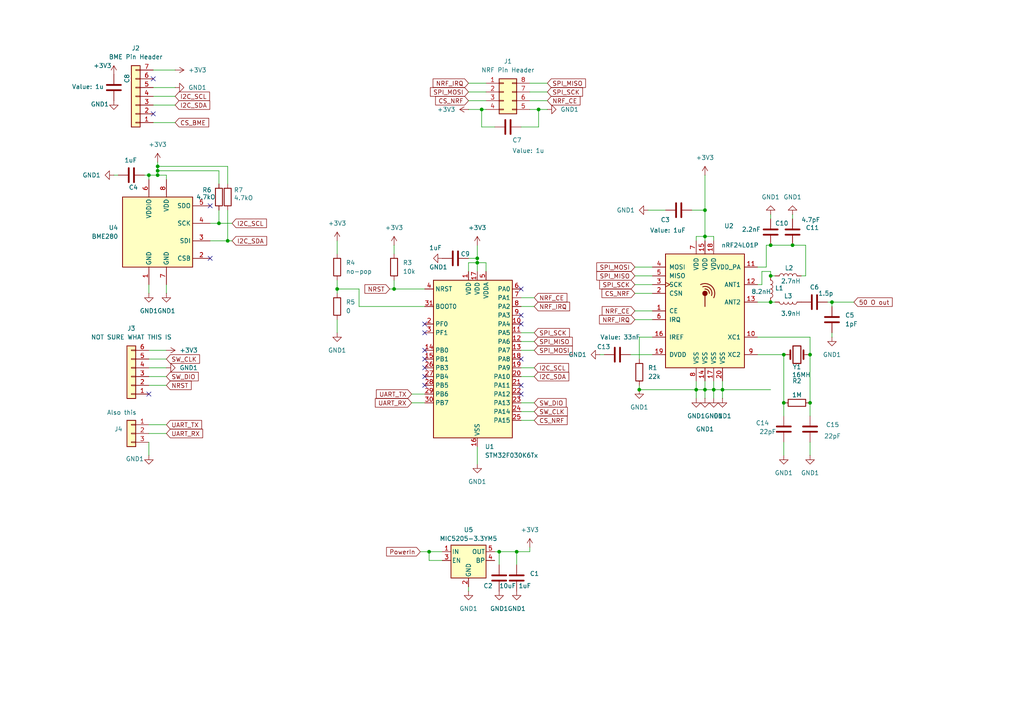
<source format=kicad_sch>
(kicad_sch (version 20231120) (generator "eeschema") (generator_version "8.0")
  (paper "A4")
  (lib_symbols
    (symbol "Connector_Generic:Conn_01x03" (pin_names (offset 1.016) hide)
      (property "Reference" "J" (at 0 5.08 0))
      (property "Value" "Conn_01x03" (at 0 -5.08 0))
      (symbol "Conn_01x03_1_1"
        (rectangle (start -1.27 -2.413) (end 0 -2.667) (stroke (width 0.1524)))
        (rectangle (start -1.27 0.127) (end 0 -0.127) (stroke (width 0.1524)))
        (rectangle (start -1.27 2.667) (end 0 2.413) (stroke (width 0.1524)))
        (rectangle (start -1.27 3.81) (end 1.27 -3.81) (stroke (width 0.254)) (fill (type background)))
        (pin passive line (at -5.08 2.54 0) (length 3.81) (name "Pin_1") (number "1"))
        (pin passive line (at -5.08 0 0) (length 3.81) (name "Pin_2") (number "2"))
        (pin passive line (at -5.08 -2.54 0) (length 3.81) (name "Pin_3") (number "3"))
      )
    )
    (symbol "Connector_Generic:Conn_01x06" (pin_names (offset 1.016) hide)
      (property "Reference" "J" (at 0 7.62 0))
      (property "Value" "Conn_01x06" (at 0 -10.16 0))
      (symbol "Conn_01x06_1_1"
        (rectangle (start -1.27 -7.493) (end 0 -7.747) (stroke (width 0.1524)))
        (rectangle (start -1.27 -4.953) (end 0 -5.207) (stroke (width 0.1524)))
        (rectangle (start -1.27 -2.413) (end 0 -2.667) (stroke (width 0.1524)))
        (rectangle (start -1.27 0.127) (end 0 -0.127) (stroke (width 0.1524)))
        (rectangle (start -1.27 2.667) (end 0 2.413) (stroke (width 0.1524)))
        (rectangle (start -1.27 5.207) (end 0 4.953) (stroke (width 0.1524)))
        (rectangle (start -1.27 6.35) (end 1.27 -8.89) (stroke (width 0.254)) (fill (type background)))
        (pin passive line (at -5.08 5.08 0) (length 3.81) (name "Pin_1") (number "1"))
        (pin passive line (at -5.08 2.54 0) (length 3.81) (name "Pin_2") (number "2"))
        (pin passive line (at -5.08 0 0) (length 3.81) (name "Pin_3") (number "3"))
        (pin passive line (at -5.08 -2.54 0) (length 3.81) (name "Pin_4") (number "4"))
        (pin passive line (at -5.08 -5.08 0) (length 3.81) (name "Pin_5") (number "5"))
        (pin passive line (at -5.08 -7.62 0) (length 3.81) (name "Pin_6") (number "6"))
      )
    )
    (symbol "Connector_Generic:Conn_01x07" (pin_names (offset 1.016) hide)
      (property "Reference" "J" (at 0 10.16 0))
      (property "Value" "Conn_01x07" (at 0 -10.16 0))
      (symbol "Conn_01x07_1_1"
        (rectangle (start -1.27 -7.493) (end 0 -7.747) (stroke (width 0.1524)))
        (rectangle (start -1.27 -4.953) (end 0 -5.207) (stroke (width 0.1524)))
        (rectangle (start -1.27 -2.413) (end 0 -2.667) (stroke (width 0.1524)))
        (rectangle (start -1.27 0.127) (end 0 -0.127) (stroke (width 0.1524)))
        (rectangle (start -1.27 2.667) (end 0 2.413) (stroke (width 0.1524)))
        (rectangle (start -1.27 5.207) (end 0 4.953) (stroke (width 0.1524)))
        (rectangle (start -1.27 7.747) (end 0 7.493) (stroke (width 0.1524)))
        (rectangle (start -1.27 8.89) (end 1.27 -8.89) (stroke (width 0.254)) (fill (type background)))
        (pin passive line (at -5.08 7.62 0) (length 3.81) (name "Pin_1") (number "1"))
        (pin passive line (at -5.08 5.08 0) (length 3.81) (name "Pin_2") (number "2"))
        (pin passive line (at -5.08 2.54 0) (length 3.81) (name "Pin_3") (number "3"))
        (pin passive line (at -5.08 0 0) (length 3.81) (name "Pin_4") (number "4"))
        (pin passive line (at -5.08 -2.54 0) (length 3.81) (name "Pin_5") (number "5"))
        (pin passive line (at -5.08 -5.08 0) (length 3.81) (name "Pin_6") (number "6"))
        (pin passive line (at -5.08 -7.62 0) (length 3.81) (name "Pin_7") (number "7"))
      )
    )
    (symbol "Connector_Generic:Conn_02x04_Counter_Clockwise" (pin_names (offset 1.016) hide)
      (property "Reference" "J" (at 1.27 5.08 0))
      (property "Value" "Conn_02x04_Counter_Clockwise" (at 1.27 -7.62 0))
      (symbol "Conn_02x04_Counter_Clockwise_1_1"
        (rectangle (start -1.27 -4.953) (end 0 -5.207) (stroke (width 0.1524)))
        (rectangle (start -1.27 -2.413) (end 0 -2.667) (stroke (width 0.1524)))
        (rectangle (start -1.27 0.127) (end 0 -0.127) (stroke (width 0.1524)))
        (rectangle (start -1.27 2.667) (end 0 2.413) (stroke (width 0.1524)))
        (rectangle (start -1.27 3.81) (end 3.81 -6.35) (stroke (width 0.254)) (fill (type background)))
        (rectangle (start 3.81 -4.953) (end 2.54 -5.207) (stroke (width 0.1524)))
        (rectangle (start 3.81 -2.413) (end 2.54 -2.667) (stroke (width 0.1524)))
        (rectangle (start 3.81 0.127) (end 2.54 -0.127) (stroke (width 0.1524)))
        (rectangle (start 3.81 2.667) (end 2.54 2.413) (stroke (width 0.1524)))
        (pin passive line (at -5.08 2.54 0) (length 3.81) (name "Pin_1") (number "1"))
        (pin passive line (at -5.08 0 0) (length 3.81) (name "Pin_2") (number "2"))
        (pin passive line (at -5.08 -2.54 0) (length 3.81) (name "Pin_3") (number "3"))
        (pin passive line (at -5.08 -5.08 0) (length 3.81) (name "Pin_4") (number "4"))
        (pin passive line (at 7.62 -5.08 180) (length 3.81) (name "Pin_5") (number "5"))
        (pin passive line (at 7.62 -2.54 180) (length 3.81) (name "Pin_6") (number "6"))
        (pin passive line (at 7.62 0 180) (length 3.81) (name "Pin_7") (number "7"))
        (pin passive line (at 7.62 2.54 180) (length 3.81) (name "Pin_8") (number "8"))
      )
    )
    (symbol "Device:C" (pin_numbers hide) (pin_names (offset 0.254))
      (property "Reference" "C" (at 0.635 2.54 0))
      (property "Value" "C" (at 0.635 -2.54 0))
      (symbol "C_0_1"
        (polyline (pts (xy -2.032 -0.762) (xy 2.032 -0.762)) (stroke (width 0.508)))
        (polyline (pts (xy -2.032 0.762) (xy 2.032 0.762)) (stroke (width 0.508)))
      )
      (symbol "C_1_1"
        (pin passive line (at 0 3.81 270) (length 2.794) (name "~") (number "1"))
        (pin passive line (at 0 -3.81 90) (length 2.794) (name "~") (number "2"))
      )
    )
    (symbol "Device:Crystal" (pin_numbers hide) (pin_names (offset 1.016) hide)
      (property "Reference" "Y" (at 0 3.81 0))
      (property "Value" "Crystal" (at 0 -3.81 0))
      (symbol "Crystal_0_1"
        (rectangle (start -1.143 2.54) (end 1.143 -2.54) (stroke (width 0.3048)))
        (polyline (pts (xy -2.54 0) (xy -1.905 0)))
        (polyline (pts (xy -1.905 -1.27) (xy -1.905 1.27)) (stroke (width 0.508)))
        (polyline (pts (xy 1.905 -1.27) (xy 1.905 1.27)) (stroke (width 0.508)))
        (polyline (pts (xy 2.54 0) (xy 1.905 0)))
      )
      (symbol "Crystal_1_1"
        (pin passive line (at -3.81 0 0) (length 1.27) (name "1") (number "1"))
        (pin passive line (at 3.81 0 180) (length 1.27) (name "2") (number "2"))
      )
    )
    (symbol "Device:L" (pin_numbers hide) (pin_names (offset 1.016) hide)
      (property "Reference" "L" (at -1.27 0 90))
      (property "Value" "L" (at 1.905 0 90))
      (symbol "L_0_1"
        (arc (start 0 -2.54) (mid 0.6323 -1.905) (end 0 -1.27))
        (arc (start 0 -1.27) (mid 0.6323 -0.635) (end 0 0))
        (arc (start 0 0) (mid 0.6323 0.635) (end 0 1.27))
        (arc (start 0 1.27) (mid 0.6323 1.905) (end 0 2.54))
      )
      (symbol "L_1_1"
        (pin passive line (at 0 3.81 270) (length 1.27) (name "1") (number "1"))
        (pin passive line (at 0 -3.81 90) (length 1.27) (name "2") (number "2"))
      )
    )
    (symbol "Device:R" (pin_numbers hide) (pin_names (offset 0))
      (property "Reference" "R" (at 2.032 0 90))
      (property "Value" "R" (at 0 0 90))
      (symbol "R_0_1"
        (rectangle (start -1.016 -2.54) (end 1.016 2.54) (stroke (width 0.254)))
      )
      (symbol "R_1_1"
        (pin passive line (at 0 3.81 270) (length 1.27) (name "~") (number "1"))
        (pin passive line (at 0 -3.81 90) (length 1.27) (name "~") (number "2"))
      )
    )
    (symbol "MCU_ST_STM32F0:STM32F030K6Tx"
      (property "Reference" "U" (at -10.16 24.13 0))
      (property "Value" "STM32F030K6Tx" (at 7.62 24.13 0))
      (symbol "STM32F030K6Tx_0_1"
        (rectangle (start -10.16 -22.86) (end 12.7 22.86) (stroke (width 0.254)) (fill (type background)))
      )
      (symbol "STM32F030K6Tx_1_1"
        (pin power_in line (at 0 25.4 270) (length 2.54) (name "VDD") (number "1"))
        (pin bidirectional line (at 15.24 10.16 180) (length 2.54) (name "PA4") (number "10"))
        (pin bidirectional line (at 15.24 7.62 180) (length 2.54) (name "PA5") (number "11"))
        (pin bidirectional line (at 15.24 5.08 180) (length 2.54) (name "PA6") (number "12"))
        (pin bidirectional line (at 15.24 2.54 180) (length 2.54) (name "PA7") (number "13"))
        (pin bidirectional line (at -12.7 2.54 0) (length 2.54) (name "PB0") (number "14"))
        (pin bidirectional line (at -12.7 0 0) (length 2.54) (name "PB1") (number "15"))
        (pin power_in line (at 2.54 -25.4 90) (length 2.54) (name "VSS") (number "16"))
        (pin power_in line (at 2.54 25.4 270) (length 2.54) (name "VDD") (number "17"))
        (pin bidirectional line (at 15.24 0 180) (length 2.54) (name "PA8") (number "18"))
        (pin bidirectional line (at 15.24 -2.54 180) (length 2.54) (name "PA9") (number "19"))
        (pin bidirectional line (at -12.7 10.16 0) (length 2.54) (name "PF0") (number "2"))
        (pin bidirectional line (at 15.24 -5.08 180) (length 2.54) (name "PA10") (number "20"))
        (pin bidirectional line (at 15.24 -7.62 180) (length 2.54) (name "PA11") (number "21"))
        (pin bidirectional line (at 15.24 -10.16 180) (length 2.54) (name "PA12") (number "22"))
        (pin bidirectional line (at 15.24 -12.7 180) (length 2.54) (name "PA13") (number "23"))
        (pin bidirectional line (at 15.24 -15.24 180) (length 2.54) (name "PA14") (number "24"))
        (pin bidirectional line (at 15.24 -17.78 180) (length 2.54) (name "PA15") (number "25"))
        (pin bidirectional line (at -12.7 -2.54 0) (length 2.54) (name "PB3") (number "26"))
        (pin bidirectional line (at -12.7 -5.08 0) (length 2.54) (name "PB4") (number "27"))
        (pin bidirectional line (at -12.7 -7.62 0) (length 2.54) (name "PB5") (number "28"))
        (pin bidirectional line (at -12.7 -10.16 0) (length 2.54) (name "PB6") (number "29"))
        (pin bidirectional line (at -12.7 7.62 0) (length 2.54) (name "PF1") (number "3"))
        (pin bidirectional line (at -12.7 -12.7 0) (length 2.54) (name "PB7") (number "30"))
        (pin input line (at -12.7 15.24 0) (length 2.54) (name "BOOT0") (number "31"))
        (pin passive line (at 2.54 -25.4 90) (length 2.54) hide (name "VSS") (number "32"))
        (pin input line (at -12.7 20.32 0) (length 2.54) (name "NRST") (number "4"))
        (pin power_in line (at 5.08 25.4 270) (length 2.54) (name "VDDA") (number "5"))
        (pin bidirectional line (at 15.24 20.32 180) (length 2.54) (name "PA0") (number "6"))
        (pin bidirectional line (at 15.24 17.78 180) (length 2.54) (name "PA1") (number "7"))
        (pin bidirectional line (at 15.24 15.24 180) (length 2.54) (name "PA2") (number "8"))
        (pin bidirectional line (at 15.24 12.7 180) (length 2.54) (name "PA3") (number "9"))
      )
    )
    (symbol "RF:nRF24L01P" (pin_names (offset 1.016))
      (property "Reference" "U" (at -11.43 17.78 0))
      (property "Value" "nRF24L01P" (at 5.08 17.78 0))
      (symbol "nRF24L01P_0_1"
        (rectangle (start -11.43 16.51) (end 11.43 -16.51) (stroke (width 0.254)) (fill (type background)))
        (polyline (pts (xy 0 4.445) (xy 0 1.27)) (stroke (width 0.254)))
        (circle (center 0 5.08) (radius 0.635) (stroke (width 0.254)) (fill (type outline)))
        (arc (start 1.27 5.08) (mid 0.9071 5.9946) (end 0 6.35) (stroke (width 0.254)))
        (arc (start 1.905 4.445) (mid 1.4313 6.5254) (end -0.635 6.985) (stroke (width 0.254)))
        (arc (start 2.54 3.81) (mid 2.008 7.088) (end -1.27 7.62) (stroke (width 0.254)))
        (rectangle (start 11.43 -13.97) (end 11.43 -13.97))
      )
      (symbol "nRF24L01P_1_1"
        (pin input line (at -15.24 0 0) (length 3.81) (name "CE") (number "1"))
        (pin passive line (at 15.24 -7.62 180) (length 3.81) (name "XC1") (number "10"))
        (pin power_out line (at 15.24 12.7 180) (length 3.81) (name "VDD_PA") (number "11"))
        (pin passive line (at 15.24 7.62 180) (length 3.81) (name "ANT1") (number "12"))
        (pin passive line (at 15.24 2.54 180) (length 3.81) (name "ANT2") (number "13"))
        (pin power_in line (at 0 -20.32 90) (length 3.81) (name "VSS") (number "14"))
        (pin power_in line (at 0 20.32 270) (length 3.81) (name "VDD") (number "15"))
        (pin passive line (at -15.24 -7.62 0) (length 3.81) (name "IREF") (number "16"))
        (pin power_in line (at 2.54 -20.32 90) (length 3.81) (name "VSS") (number "17"))
        (pin power_in line (at 2.54 20.32 270) (length 3.81) (name "VDD") (number "18"))
        (pin power_out line (at -15.24 -12.7 0) (length 3.81) (name "DVDD") (number "19"))
        (pin input line (at -15.24 5.08 0) (length 3.81) (name "CSN") (number "2"))
        (pin power_in line (at 5.08 -20.32 90) (length 3.81) (name "VSS") (number "20"))
        (pin input clock (at -15.24 7.62 0) (length 3.81) (name "SCK") (number "3"))
        (pin input line (at -15.24 12.7 0) (length 3.81) (name "MOSI") (number "4"))
        (pin output line (at -15.24 10.16 0) (length 3.81) (name "MISO") (number "5"))
        (pin output line (at -15.24 -2.54 0) (length 3.81) (name "IRQ") (number "6"))
        (pin power_in line (at -2.54 20.32 270) (length 3.81) (name "VDD") (number "7"))
        (pin power_in line (at -2.54 -20.32 90) (length 3.81) (name "VSS") (number "8"))
        (pin passive line (at 15.24 -12.7 180) (length 3.81) (name "XC2") (number "9"))
      )
    )
    (symbol "Regulator_Linear:MIC5205-3.3YM5" (pin_names (offset 0.254))
      (property "Reference" "U" (at -3.81 5.715 0))
      (property "Value" "MIC5205-3.3YM5" (at 0 5.715 0))
      (symbol "MIC5205-3.3YM5_0_1"
        (rectangle (start -5.08 4.445) (end 5.08 -5.08) (stroke (width 0.254)) (fill (type background)))
      )
      (symbol "MIC5205-3.3YM5_1_1"
        (pin power_in line (at -7.62 2.54 0) (length 2.54) (name "IN") (number "1"))
        (pin power_in line (at 0 -7.62 90) (length 2.54) (name "GND") (number "2"))
        (pin input line (at -7.62 0 0) (length 2.54) (name "EN") (number "3"))
        (pin input line (at 7.62 0 180) (length 2.54) (name "BP") (number "4"))
        (pin power_out line (at 7.62 2.54 180) (length 2.54) (name "OUT") (number "5"))
      )
    )
    (symbol "Sensor:BME280"
      (property "Reference" "U" (at -8.89 11.43 0))
      (property "Value" "BME280" (at 7.62 11.43 0))
      (symbol "BME280_0_1"
        (rectangle (start -10.16 10.16) (end 10.16 -10.16) (stroke (width 0.254)) (fill (type background)))
      )
      (symbol "BME280_1_1"
        (pin power_in line (at -2.54 -15.24 90) (length 5.08) (name "GND") (number "1"))
        (pin input line (at 15.24 -7.62 180) (length 5.08) (name "CSB") (number "2"))
        (pin bidirectional line (at 15.24 -2.54 180) (length 5.08) (name "SDI") (number "3"))
        (pin input line (at 15.24 2.54 180) (length 5.08) (name "SCK") (number "4"))
        (pin bidirectional line (at 15.24 7.62 180) (length 5.08) (name "SDO") (number "5"))
        (pin power_in line (at -2.54 15.24 270) (length 5.08) (name "VDDIO") (number "6"))
        (pin power_in line (at 2.54 -15.24 90) (length 5.08) (name "GND") (number "7"))
        (pin power_in line (at 2.54 15.24 270) (length 5.08) (name "VDD") (number "8"))
      )
    )
    (symbol "power:+3V3" (power) (pin_numbers hide) (pin_names (offset 0) hide)
      (property "Value" "+3V3" (at 0 3.556 0))
      (symbol "+3V3_0_1"
        (polyline (pts (xy -0.762 1.27) (xy 0 2.54)))
        (polyline (pts (xy 0 0) (xy 0 2.54)))
        (polyline (pts (xy 0 2.54) (xy 0.762 1.27)))
      )
      (symbol "+3V3_1_1"
        (pin power_in line (at 0 0 90) (length 0) (name "~") (number "1"))
      )
    )
    (symbol "power:GND1" (power) (pin_numbers hide) (pin_names (offset 0) hide)
      (property "Value" "GND1" (at 0 -3.81 0))
      (symbol "GND1_0_1"
        (polyline (pts (xy 0 0) (xy 0 -1.27) (xy 1.27 -1.27) (xy 0 -2.54) (xy -1.27 -1.27) (xy 0 -1.27)))
      )
      (symbol "GND1_1_1"
        (pin power_in line (at 0 0 270) (length 0) (name "~") (number "1"))
      )
    )
  )
  (junction (at 223.52 87.63))
  (junction (at 209.55 113.03))
  (junction (at 229.87 71.12))
  (junction (at 223.52 80.01))
  (junction (at 201.93 113.03))
  (junction (at 138.43 76.2))
  (junction (at 144.78 160.02))
  (junction (at 223.52 71.12))
  (junction (at 234.95 116.84))
  (junction (at 45.72 50.8))
  (junction (at 45.72 48.26))
  (junction (at 66.04 69.85))
  (junction (at 204.47 60.96))
  (junction (at 234.95 102.87))
  (junction (at 241.3 87.63))
  (junction (at 149.86 160.02))
  (junction (at 45.72 49.53))
  (junction (at 156.21 31.75))
  (junction (at 204.47 113.03))
  (junction (at 138.43 74.93))
  (junction (at 227.33 102.87))
  (junction (at 124.46 160.02))
  (junction (at 114.3 83.82))
  (junction (at 185.42 113.03))
  (junction (at 63.5 64.77))
  (junction (at 43.18 50.8))
  (junction (at 207.01 113.03))
  (junction (at 204.47 68.58))
  (junction (at 227.33 116.84))
  (junction (at 139.7 31.75))
  (junction (at 97.79 83.82))
  (no_connect (at 123.19 111.76))
  (no_connect (at 151.13 83.82))
  (no_connect (at 151.13 93.98))
  (no_connect (at 43.18 114.3))
  (no_connect (at 151.13 104.14))
  (no_connect (at 123.19 104.14))
  (no_connect (at 151.13 111.76))
  (no_connect (at 123.19 93.98))
  (no_connect (at 123.19 109.22))
  (no_connect (at 151.13 91.44))
  (no_connect (at 123.19 106.68))
  (no_connect (at 123.19 101.6))
  (no_connect (at 60.96 74.93))
  (no_connect (at 123.19 96.52))
  (no_connect (at 151.13 114.3))
  (no_connect (at 60.96 59.69))
  (no_connect (at 44.45 22.86))
  (no_connect (at 44.45 33.02))
  (wire (pts (xy 138.43 74.93) (xy 138.43 76.2)))
  (wire (pts (xy 207.01 69.85) (xy 207.01 68.58)))
  (wire (pts (xy 43.18 111.76) (xy 48.26 111.76)))
  (wire (pts (xy 60.96 64.77) (xy 63.5 64.77)))
  (wire (pts (xy 185.42 111.76) (xy 185.42 113.03)))
  (wire (pts (xy 219.71 102.87) (xy 227.33 102.87)))
  (wire (pts (xy 184.15 85.09) (xy 189.23 85.09)))
  (wire (pts (xy 45.72 46.99) (xy 45.72 48.26)))
  (wire (pts (xy 97.79 83.82) (xy 97.79 81.28)))
  (wire (pts (xy 234.95 97.79) (xy 234.95 102.87)))
  (wire (pts (xy 227.33 116.84) (xy 227.33 120.65)))
  (wire (pts (xy 153.67 160.02) (xy 149.86 160.02)))
  (wire (pts (xy 104.14 88.9) (xy 104.14 83.82)))
  (wire (pts (xy 43.18 82.55) (xy 43.18 85.09)))
  (wire (pts (xy 223.52 80.01) (xy 224.79 80.01)))
  (wire (pts (xy 151.13 36.83) (xy 156.21 36.83)))
  (wire (pts (xy 207.01 110.49) (xy 207.01 113.03)))
  (wire (pts (xy 151.13 116.84) (xy 154.94 116.84)))
  (wire (pts (xy 151.13 109.22) (xy 154.94 109.22)))
  (wire (pts (xy 43.18 106.68) (xy 48.26 106.68)))
  (wire (pts (xy 241.3 87.63) (xy 241.3 88.9)))
  (wire (pts (xy 227.33 102.87) (xy 227.33 116.84)))
  (wire (pts (xy 97.79 69.85) (xy 97.79 73.66)))
  (wire (pts (xy 44.45 25.4) (xy 50.8 25.4)))
  (wire (pts (xy 222.25 71.12) (xy 223.52 71.12)))
  (wire (pts (xy 204.47 60.96) (xy 204.47 68.58)))
  (wire (pts (xy 223.52 62.23) (xy 223.52 63.5)))
  (wire (pts (xy 139.7 31.75) (xy 140.97 31.75)))
  (wire (pts (xy 48.26 50.8) (xy 48.26 52.07)))
  (wire (pts (xy 149.86 160.02) (xy 149.86 163.83)))
  (wire (pts (xy 201.93 113.03) (xy 204.47 113.03)))
  (wire (pts (xy 185.42 97.79) (xy 185.42 104.14)))
  (wire (pts (xy 229.87 71.12) (xy 233.68 71.12)))
  (wire (pts (xy 153.67 29.21) (xy 158.75 29.21)))
  (wire (pts (xy 138.43 129.54) (xy 138.43 134.62)))
  (wire (pts (xy 114.3 71.12) (xy 114.3 73.66)))
  (wire (pts (xy 135.89 24.13) (xy 140.97 24.13)))
  (wire (pts (xy 119.38 114.3) (xy 123.19 114.3)))
  (wire (pts (xy 45.72 48.26) (xy 66.04 48.26)))
  (wire (pts (xy 44.45 27.94) (xy 50.8 27.94)))
  (wire (pts (xy 43.18 109.22) (xy 48.26 109.22)))
  (wire (pts (xy 33.02 50.8) (xy 34.29 50.8)))
  (wire (pts (xy 43.18 50.8) (xy 45.72 50.8)))
  (wire (pts (xy 44.45 20.32) (xy 50.8 20.32)))
  (wire (pts (xy 173.99 102.87) (xy 175.26 102.87)))
  (wire (pts (xy 185.42 113.03) (xy 201.93 113.03)))
  (wire (pts (xy 138.43 76.2) (xy 140.97 76.2)))
  (wire (pts (xy 135.89 76.2) (xy 135.89 78.74)))
  (wire (pts (xy 135.89 26.67) (xy 140.97 26.67)))
  (wire (pts (xy 114.3 83.82) (xy 123.19 83.82)))
  (wire (pts (xy 184.15 77.47) (xy 189.23 77.47)))
  (wire (pts (xy 153.67 31.75) (xy 156.21 31.75)))
  (wire (pts (xy 189.23 97.79) (xy 185.42 97.79)))
  (wire (pts (xy 234.95 102.87) (xy 234.95 116.84)))
  (wire (pts (xy 227.33 128.27) (xy 227.33 132.08)))
  (wire (pts (xy 45.72 49.53) (xy 45.72 50.8)))
  (wire (pts (xy 233.68 71.12) (xy 233.68 80.01)))
  (wire (pts (xy 204.47 113.03) (xy 204.47 115.57)))
  (wire (pts (xy 184.15 82.55) (xy 189.23 82.55)))
  (wire (pts (xy 201.93 110.49) (xy 201.93 113.03)))
  (wire (pts (xy 151.13 121.92) (xy 154.94 121.92)))
  (wire (pts (xy 138.43 71.12) (xy 138.43 74.93)))
  (wire (pts (xy 63.5 60.96) (xy 63.5 64.77)))
  (wire (pts (xy 184.15 90.17) (xy 189.23 90.17)))
  (wire (pts (xy 229.87 62.23) (xy 229.87 63.5)))
  (wire (pts (xy 43.18 104.14) (xy 48.26 104.14)))
  (wire (pts (xy 123.19 88.9) (xy 104.14 88.9)))
  (wire (pts (xy 201.93 113.03) (xy 201.93 115.57)))
  (wire (pts (xy 201.93 68.58) (xy 201.93 69.85)))
  (wire (pts (xy 135.89 74.93) (xy 138.43 74.93)))
  (wire (pts (xy 151.13 119.38) (xy 154.94 119.38)))
  (wire (pts (xy 135.89 31.75) (xy 139.7 31.75)))
  (wire (pts (xy 223.52 71.12) (xy 229.87 71.12)))
  (wire (pts (xy 204.47 68.58) (xy 201.93 68.58)))
  (wire (pts (xy 114.3 83.82) (xy 114.3 81.28)))
  (wire (pts (xy 104.14 83.82) (xy 97.79 83.82)))
  (wire (pts (xy 247.65 87.63) (xy 241.3 87.63)))
  (wire (pts (xy 144.78 160.02) (xy 149.86 160.02)))
  (wire (pts (xy 63.5 49.53) (xy 45.72 49.53)))
  (wire (pts (xy 204.47 50.8) (xy 204.47 60.96)))
  (wire (pts (xy 63.5 49.53) (xy 63.5 53.34)))
  (wire (pts (xy 43.18 50.8) (xy 43.18 52.07)))
  (wire (pts (xy 233.68 80.01) (xy 232.41 80.01)))
  (wire (pts (xy 240.03 87.63) (xy 241.3 87.63)))
  (wire (pts (xy 43.18 128.27) (xy 43.18 132.08)))
  (wire (pts (xy 45.72 48.26) (xy 45.72 49.53)))
  (wire (pts (xy 135.89 170.18) (xy 135.89 171.45)))
  (wire (pts (xy 124.46 160.02) (xy 128.27 160.02)))
  (wire (pts (xy 60.96 69.85) (xy 66.04 69.85)))
  (wire (pts (xy 200.66 60.96) (xy 204.47 60.96)))
  (wire (pts (xy 66.04 60.96) (xy 66.04 69.85)))
  (wire (pts (xy 151.13 101.6) (xy 154.94 101.6)))
  (wire (pts (xy 234.95 128.27) (xy 234.95 132.08)))
  (wire (pts (xy 151.13 88.9) (xy 154.94 88.9)))
  (wire (pts (xy 41.91 50.8) (xy 43.18 50.8)))
  (wire (pts (xy 44.45 30.48) (xy 50.8 30.48)))
  (wire (pts (xy 139.7 36.83) (xy 143.51 36.83)))
  (wire (pts (xy 144.78 160.02) (xy 144.78 163.83)))
  (wire (pts (xy 153.67 158.75) (xy 153.67 160.02)))
  (wire (pts (xy 45.72 50.8) (xy 48.26 50.8)))
  (wire (pts (xy 66.04 69.85) (xy 67.31 69.85)))
  (wire (pts (xy 222.25 77.47) (xy 222.25 71.12)))
  (wire (pts (xy 184.15 80.01) (xy 189.23 80.01)))
  (wire (pts (xy 124.46 162.56) (xy 124.46 160.02)))
  (wire (pts (xy 204.47 68.58) (xy 204.47 69.85)))
  (wire (pts (xy 63.5 64.77) (xy 67.31 64.77)))
  (wire (pts (xy 219.71 82.55) (xy 220.98 82.55)))
  (wire (pts (xy 97.79 83.82) (xy 97.79 85.09)))
  (wire (pts (xy 219.71 97.79) (xy 234.95 97.79)))
  (wire (pts (xy 66.04 48.26) (xy 66.04 53.34)))
  (wire (pts (xy 143.51 160.02) (xy 144.78 160.02)))
  (wire (pts (xy 151.13 99.06) (xy 154.94 99.06)))
  (wire (pts (xy 119.38 116.84) (xy 123.19 116.84)))
  (wire (pts (xy 48.26 82.55) (xy 48.26 85.09)))
  (wire (pts (xy 135.89 76.2) (xy 138.43 76.2)))
  (wire (pts (xy 156.21 31.75) (xy 158.75 31.75)))
  (wire (pts (xy 139.7 31.75) (xy 139.7 36.83)))
  (wire (pts (xy 184.15 92.71) (xy 189.23 92.71)))
  (wire (pts (xy 128.27 162.56) (xy 124.46 162.56)))
  (wire (pts (xy 241.3 97.79) (xy 241.3 96.52)))
  (wire (pts (xy 219.71 77.47) (xy 222.25 77.47)))
  (wire (pts (xy 207.01 113.03) (xy 209.55 113.03)))
  (wire (pts (xy 156.21 31.75) (xy 156.21 36.83)))
  (wire (pts (xy 43.18 101.6) (xy 48.26 101.6)))
  (wire (pts (xy 138.43 76.2) (xy 138.43 78.74)))
  (wire (pts (xy 223.52 78.74) (xy 220.98 78.74)))
  (wire (pts (xy 219.71 87.63) (xy 223.52 87.63)))
  (wire (pts (xy 113.03 83.82) (xy 114.3 83.82)))
  (wire (pts (xy 223.52 113.03) (xy 209.55 113.03)))
  (wire (pts (xy 151.13 96.52) (xy 154.94 96.52)))
  (wire (pts (xy 223.52 87.63) (xy 224.79 87.63)))
  (wire (pts (xy 209.55 110.49) (xy 209.55 113.03)))
  (wire (pts (xy 223.52 80.01) (xy 223.52 78.74)))
  (wire (pts (xy 153.67 26.67) (xy 158.75 26.67)))
  (wire (pts (xy 140.97 76.2) (xy 140.97 78.74)))
  (wire (pts (xy 153.67 24.13) (xy 158.75 24.13)))
  (wire (pts (xy 97.79 92.71) (xy 97.79 96.52)))
  (wire (pts (xy 151.13 106.68) (xy 154.94 106.68)))
  (wire (pts (xy 209.55 113.03) (xy 209.55 115.57)))
  (wire (pts (xy 220.98 78.74) (xy 220.98 82.55)))
  (wire (pts (xy 151.13 86.36) (xy 154.94 86.36)))
  (wire (pts (xy 43.18 123.19) (xy 48.26 123.19)))
  (wire (pts (xy 135.89 29.21) (xy 140.97 29.21)))
  (wire (pts (xy 204.47 110.49) (xy 204.47 113.03)))
  (wire (pts (xy 44.45 35.56) (xy 50.8 35.56)))
  (wire (pts (xy 43.18 125.73) (xy 48.26 125.73)))
  (wire (pts (xy 207.01 113.03) (xy 207.01 115.57)))
  (wire (pts (xy 182.88 102.87) (xy 189.23 102.87)))
  (wire (pts (xy 234.95 120.65) (xy 234.95 116.84)))
  (wire (pts (xy 204.47 113.03) (xy 207.01 113.03)))
  (wire (pts (xy 207.01 68.58) (xy 204.47 68.58)))
  (wire (pts (xy 121.92 160.02) (xy 124.46 160.02)))
  (wire (pts (xy 187.96 60.96) (xy 193.04 60.96)))
  (global_label "I2C_SCL" (shape input) (at 50.8 27.94 0) (property "Intersheetrefs" "${INTERSHEET_REFS}" (effects (hide yes))))
  (global_label "I2C_SDA" (shape input) (at 67.31 69.85 0) (property "Intersheetrefs" "${INTERSHEET_REFS}" (effects (hide yes))))
  (global_label "NRF_CE" (shape input) (at 154.94 86.36 0) (property "Intersheetrefs" "${INTERSHEET_REFS}" (effects (hide yes))))
  (global_label "NRST" (shape input) (at 113.03 83.82 180) (property "Intersheetrefs" "${INTERSHEET_REFS}" (effects (hide yes))))
  (global_label "UART_TX" (shape input) (at 119.38 114.3 180) (property "Intersheetrefs" "${INTERSHEET_REFS}" (effects (hide yes))))
  (global_label "SPI_SCK" (shape input) (at 158.75 26.67 0) (property "Intersheetrefs" "${INTERSHEET_REFS}" (effects (hide yes))))
  (global_label "SPI_MISO" (shape input) (at 184.15 80.01 180) (property "Intersheetrefs" "${INTERSHEET_REFS}" (effects (hide yes))))
  (global_label "SPI_SCK" (shape input) (at 184.15 82.55 180) (property "Intersheetrefs" "${INTERSHEET_REFS}" (effects (hide yes))))
  (global_label "NRF_CE" (shape input) (at 184.15 90.17 180) (property "Intersheetrefs" "${INTERSHEET_REFS}" (effects (hide yes))))
  (global_label "UART_RX" (shape input) (at 48.26 125.73 0) (property "Intersheetrefs" "${INTERSHEET_REFS}" (effects (hide yes))))
  (global_label "SPI_MISO" (shape input) (at 154.94 99.06 0) (property "Intersheetrefs" "${INTERSHEET_REFS}" (effects (hide yes))))
  (global_label "NRF_CE" (shape input) (at 158.75 29.21 0) (property "Intersheetrefs" "${INTERSHEET_REFS}" (effects (hide yes))))
  (global_label "CS_NRF" (shape input) (at 154.94 121.92 0) (property "Intersheetrefs" "${INTERSHEET_REFS}" (effects (hide yes))))
  (global_label "SPI_MISO" (shape input) (at 158.75 24.13 0) (property "Intersheetrefs" "${INTERSHEET_REFS}" (effects (hide yes))))
  (global_label "NRF_IRQ" (shape input) (at 154.94 88.9 0) (property "Intersheetrefs" "${INTERSHEET_REFS}" (effects (hide yes))))
  (global_label "I2C_SDA" (shape input) (at 50.8 30.48 0) (property "Intersheetrefs" "${INTERSHEET_REFS}" (effects (hide yes))))
  (global_label "SPI_MOSI" (shape input) (at 135.89 26.67 180) (property "Intersheetrefs" "${INTERSHEET_REFS}" (effects (hide yes))))
  (global_label "SW_DIO" (shape input) (at 154.94 116.84 0) (property "Intersheetrefs" "${INTERSHEET_REFS}" (effects (hide yes))))
  (global_label "NRF_IRQ" (shape input) (at 184.15 92.71 180) (property "Intersheetrefs" "${INTERSHEET_REFS}" (effects (hide yes))))
  (global_label "I2C_SCL" (shape input) (at 154.94 106.68 0) (property "Intersheetrefs" "${INTERSHEET_REFS}" (effects (hide yes))))
  (global_label "NRST" (shape input) (at 48.26 111.76 0) (property "Intersheetrefs" "${INTERSHEET_REFS}" (effects (hide yes))))
  (global_label "I2C_SCL" (shape input) (at 67.31 64.77 0) (property "Intersheetrefs" "${INTERSHEET_REFS}" (effects (hide yes))))
  (global_label "SW_CLK" (shape input) (at 154.94 119.38 0) (property "Intersheetrefs" "${INTERSHEET_REFS}" (effects (hide yes))))
  (global_label "UART_RX" (shape input) (at 119.38 116.84 180) (property "Intersheetrefs" "${INTERSHEET_REFS}" (effects (hide yes))))
  (global_label "UART_TX" (shape input) (at 48.26 123.19 0) (property "Intersheetrefs" "${INTERSHEET_REFS}" (effects (hide yes))))
  (global_label "SPI_SCK" (shape input) (at 154.94 96.52 0) (property "Intersheetrefs" "${INTERSHEET_REFS}" (effects (hide yes))))
  (global_label "CS_NRF" (shape input) (at 135.89 29.21 180) (property "Intersheetrefs" "${INTERSHEET_REFS}" (effects (hide yes))))
  (global_label "CS_BME" (shape input) (at 50.8 35.56 0) (property "Intersheetrefs" "${INTERSHEET_REFS}" (effects (hide yes))))
  (global_label "I2C_SDA" (shape input) (at 154.94 109.22 0) (property "Intersheetrefs" "${INTERSHEET_REFS}" (effects (hide yes))))
  (global_label "SPI_MOSI" (shape input) (at 154.94 101.6 0) (property "Intersheetrefs" "${INTERSHEET_REFS}" (effects (hide yes))))
  (global_label "SW_CLK" (shape input) (at 48.26 104.14 0) (property "Intersheetrefs" "${INTERSHEET_REFS}" (effects (hide yes))))
  (global_label "PowerIn" (shape input) (at 121.92 160.02 180) (property "Intersheetrefs" "${INTERSHEET_REFS}" (effects (hide yes))))
  (global_label "SW_DIO" (shape input) (at 48.26 109.22 0) (property "Intersheetrefs" "${INTERSHEET_REFS}" (effects (hide yes))))
  (global_label "50 O out" (shape input) (at 247.65 87.63 0) (property "Intersheetrefs" "${INTERSHEET_REFS}" (effects (hide yes))))
  (global_label "CS_NRF" (shape input) (at 184.15 85.09 180) (property "Intersheetrefs" "${INTERSHEET_REFS}" (effects (hide yes))))
  (global_label "SPI_MOSI" (shape input) (at 184.15 77.47 180) (property "Intersheetrefs" "${INTERSHEET_REFS}" (effects (hide yes))))
  (global_label "NRF_IRQ" (shape input) (at 135.89 24.13 180) (property "Intersheetrefs" "${INTERSHEET_REFS}" (effects (hide yes))))
  (symbol (lib_id "power:GND1") (at 173.99 102.87 270) (mirror x) (unit 1)
    (property "Reference" "#PWR025" (effects (hide yes)))
    (property "Value" "GND1" (at 170.18 102.8699 90) (effects (justify right)))
    (property "Description" "Power symbol creates a global label with name \"GND1\" , ground" (effects (hide yes)))
  )
  (symbol (lib_id "power:GND1") (at 158.75 31.75 90) (mirror x) (unit 1)
    (property "Reference" "#PWR031" (effects (hide yes)))
    (property "Value" "GND1" (at 162.56 31.7501 90) (effects (justify right)))
    (property "Description" "Power symbol creates a global label with name \"GND1\" , ground" (effects (hide yes)))
  )
  (symbol (lib_id "power:GND1") (at 234.95 132.08 0) (unit 1)
    (property "Reference" "#PWR027" (effects (hide yes)))
    (property "Value" "GND1" (at 234.95 137.16 0))
    (property "Description" "Power symbol creates a global label with name \"GND1\" , ground" (effects (hide yes)))
  )
  (symbol (lib_id "power:GND1") (at 229.87 62.23 0) (mirror x) (unit 1)
    (property "Reference" "#PWR019" (effects (hide yes)))
    (property "Value" "GND1" (at 229.87 57.15 0))
    (property "Description" "Power symbol creates a global label with name \"GND1\" , ground" (effects (hide yes)))
  )
  (symbol (lib_id "power:GND1") (at 33.02 29.21 0) (unit 1)
    (property "Reference" "#PWR035" (effects (hide yes)))
    (property "Value" "GND1" (at 28.956 30.226 0))
    (property "Description" "Power symbol creates a global label with name \"GND1\" , ground" (effects (hide yes)))
  )
  (symbol (lib_id "Device:C") (at 241.3 92.71 0) (unit 1)
    (property "Reference" "C5" (at 245.11 91.4399 0) (effects (justify left)))
    (property "Value" "1pF" (at 245.11 93.9799 0) (effects (justify left)))
    (property "Footprint" "Capacitor_SMD:C_0603_1608Metric_Pad1.08x0.95mm_HandSolder" (effects (hide yes)))
    (property "Description" "Unpolarized capacitor" (effects (hide yes)))
  )
  (symbol (lib_id "Device:L") (at 223.52 83.82 0) (unit 1)
    (property "Reference" "L1" (at 224.79 83.566 0) (effects (justify left)))
    (property "Value" "8.2nH" (at 217.932 84.582 0) (effects (justify left)))
    (property "Footprint" "Inductor_SMD:L_0603_1608Metric_Pad1.05x0.95mm_HandSolder" (effects (hide yes)))
    (property "Description" "Inductor" (effects (hide yes)))
  )
  (symbol (lib_id "Device:Crystal") (at 231.14 102.87 0) (unit 1)
    (property "Reference" "Y1" (at 231.14 106.426 0))
    (property "Value" "16MH" (at 232.41 108.712 0))
    (property "Footprint" "ECS-160-20-46X:XTAL_ECS-160-20-46X" (effects (hide yes)))
    (property "Description" "Two pin crystal" (effects (hide yes)))
  )
  (symbol (lib_id "power:GND1") (at 187.96 60.96 270) (mirror x) (unit 1)
    (property "Reference" "#PWR024" (effects (hide yes)))
    (property "Value" "GND1" (at 184.15 60.9599 90) (effects (justify right)))
    (property "Description" "Power symbol creates a global label with name \"GND1\" , ground" (effects (hide yes)))
  )
  (symbol (lib_id "power:+3V3") (at 50.8 20.32 270) (unit 1)
    (property "Reference" "#PWR032" (effects (hide yes)))
    (property "Value" "+3V3" (at 54.61 20.3199 90) (effects (justify left)))
    (property "Description" "Power symbol creates a global label with name \"+3V3\"" (effects (hide yes)))
  )
  (symbol (lib_id "power:GND1") (at 223.52 62.23 0) (mirror x) (unit 1)
    (property "Reference" "#PWR022" (effects (hide yes)))
    (property "Value" "GND1" (at 223.52 57.15 0))
    (property "Description" "Power symbol creates a global label with name \"GND1\" , ground" (effects (hide yes)))
  )
  (symbol (lib_id "Connector_Generic:Conn_01x03") (at 38.1 125.73 0) (mirror y) (unit 1)
    (property "Reference" "J4" (at 35.56 124.4599 0) (effects (justify left)))
    (property "Value" "Also this" (at 39.624 119.634 0) (effects (justify left)))
    (property "Footprint" "Connector_PinHeader_2.54mm:PinHeader_1x03_P2.54mm_Vertical" (effects (hide yes)))
    (property "Description" "Generic connector, single row, 01x03, script generated (kicad-library-utils/schlib/autogen/connector/)" (effects (hide yes)))
  )
  (symbol (lib_id "Device:C") (at 223.52 67.31 0) (unit 1)
    (property "Reference" "C10" (at 224.79 64.77 0) (effects (justify left)))
    (property "Value" "2.2nF" (at 215.138 66.548 0) (effects (justify left)))
    (property "Footprint" "Capacitor_SMD:C_0603_1608Metric_Pad1.08x0.95mm_HandSolder" (effects (hide yes)))
    (property "Description" "Unpolarized capacitor" (effects (hide yes)))
  )
  (symbol (lib_id "power:GND1") (at 227.33 132.08 0) (unit 1)
    (property "Reference" "#PWR026" (effects (hide yes)))
    (property "Value" "GND1" (at 227.33 137.16 0))
    (property "Description" "Power symbol creates a global label with name \"GND1\" , ground" (effects (hide yes)))
  )
  (symbol (lib_id "power:GND1") (at 97.79 96.52 0) (unit 1)
    (property "Reference" "#PWR018" (effects (hide yes)))
    (property "Value" "GND1" (at 97.79 101.6 0))
    (property "Description" "Power symbol creates a global label with name \"GND1\" , ground" (effects (hide yes)))
  )
  (symbol (lib_id "Device:L") (at 228.6 87.63 270) (unit 1)
    (property "Reference" "L3" (at 228.6 85.852 90))
    (property "Value" "3.9nH" (at 229.362 90.932 90))
    (property "Footprint" "Inductor_SMD:L_0603_1608Metric_Pad1.05x0.95mm_HandSolder" (effects (hide yes)))
    (property "Description" "Inductor" (effects (hide yes)))
  )
  (symbol (lib_id "Device:R") (at 63.5 57.15 0) (unit 1)
    (property "Reference" "R6" (at 58.674 55.118 0) (effects (justify left)))
    (property "Value" "4.7kO" (at 56.896 57.15 0) (effects (justify left)))
    (property "Footprint" "Resistor_SMD:R_0603_1608Metric_Pad0.98x0.95mm_HandSolder" (effects (hide yes)))
    (property "Description" "Resistor" (effects (hide yes)))
    (property "Sim.Device" "R" (effects (hide yes)))
    (property "Sim.Type" "=" (effects (hide yes)))
    (property "Sim.Params" "r=22000" (effects (hide yes)))
    (property "Sim.Pins" "1=+ 2=-" (effects (hide yes)))
  )
  (symbol (lib_id "power:GND1") (at 48.26 106.68 90) (unit 1)
    (property "Reference" "#PWR037" (effects (hide yes)))
    (property "Value" "GND1" (at 52.07 106.6799 90) (effects (justify right)))
    (property "Description" "Power symbol creates a global label with name \"GND1\" , ground" (effects (hide yes)))
  )
  (symbol (lib_id "power:+3V3") (at 48.26 101.6 270) (unit 1)
    (property "Reference" "#PWR036" (effects (hide yes)))
    (property "Value" "+3V3" (at 52.07 101.5999 90) (effects (justify left)))
    (property "Description" "Power symbol creates a global label with name \"+3V3\"" (effects (hide yes)))
  )
  (symbol (lib_id "Sensor:BME280") (at 45.72 67.31 0) (unit 1)
    (property "Reference" "U4" (at 34.29 66.0399 0) (effects (justify right)))
    (property "Value" "BME280" (at 34.29 68.5799 0) (effects (justify right)))
    (property "Footprint" "Package_LGA:Bosch_LGA-8_2.5x2.5mm_P0.65mm_ClockwisePinNumbering" (effects (hide yes)))
    (property "Datasheet" "https://www.bosch-sensortec.com/media/boschsensortec/downloads/datasheets/bst-bme280-ds002.pdf" (effects (hide yes)))
    (property "Description" "3-in-1 sensor, humidity, pressure, temperature, I2C and SPI interface, 1.71-3.6V, LGA-8" (effects (hide yes)))
  )
  (symbol (lib_id "Device:R") (at 97.79 77.47 0) (unit 1)
    (property "Reference" "R4" (at 100.33 76.1999 0) (effects (justify left)))
    (property "Value" "no-pop" (at 100.33 78.7399 0) (effects (justify left)))
    (property "Footprint" "Resistor_SMD:R_0603_1608Metric_Pad0.98x0.95mm_HandSolder" (effects (hide yes)))
    (property "Description" "Resistor" (effects (hide yes)))
  )
  (symbol (lib_id "Device:C") (at 229.87 67.31 0) (unit 1)
    (property "Reference" "C11" (at 233.68 66.0399 0) (effects (justify left)))
    (property "Value" "4.7pF" (at 232.41 63.754 0) (effects (justify left)))
    (property "Footprint" "Capacitor_SMD:C_0603_1608Metric_Pad1.08x0.95mm_HandSolder" (effects (hide yes)))
    (property "Description" "Unpolarized capacitor" (effects (hide yes)))
  )
  (symbol (lib_id "Device:R") (at 114.3 77.47 0) (unit 1)
    (property "Reference" "R3" (at 116.84 76.1999 0) (effects (justify left)))
    (property "Value" "10k" (at 116.84 78.7399 0) (effects (justify left)))
    (property "Footprint" "Resistor_SMD:R_0603_1608Metric_Pad0.98x0.95mm_HandSolder" (effects (hide yes)))
    (property "Description" "Resistor" (effects (hide yes)))
  )
  (symbol (lib_id "power:GND1") (at 241.3 97.79 0) (unit 1)
    (property "Reference" "#PWR016" (effects (hide yes)))
    (property "Value" "GND1" (at 241.3 102.87 0))
    (property "Description" "Power symbol creates a global label with name \"GND1\" , ground" (effects (hide yes)))
  )
  (symbol (lib_id "power:GND1") (at 201.93 115.57 0) (unit 1)
    (property "Reference" "#PWR01" (effects (hide yes)))
    (property "Value" "GND1" (at 201.93 120.65 0))
    (property "Description" "Power symbol creates a global label with name \"GND1\" , ground" (effects (hide yes)))
  )
  (symbol (lib_id "Connector_Generic:Conn_01x07") (at 39.37 27.94 180) (unit 1)
    (property "Reference" "J2" (at 39.37 13.97 0))
    (property "Value" "BME Pin Header" (at 39.37 16.51 0))
    (property "Footprint" "Connector_PinHeader_2.54mm:PinHeader_1x07_P2.54mm_Vertical" (effects (hide yes)))
    (property "Description" "Generic connector, single row, 01x07, script generated (kicad-library-utils/schlib/autogen/connector/)" (effects (hide yes)))
  )
  (symbol (lib_id "Device:C") (at 227.33 124.46 0) (unit 1)
    (property "Reference" "C14" (at 219.202 122.682 0) (effects (justify left)))
    (property "Value" "22pF" (at 220.218 125.222 0) (effects (justify left)))
    (property "Footprint" "Capacitor_SMD:C_0603_1608Metric_Pad1.08x0.95mm_HandSolder" (effects (hide yes)))
    (property "Description" "Unpolarized capacitor" (effects (hide yes)))
  )
  (symbol (lib_id "power:+3V3") (at 135.89 31.75 90) (unit 1)
    (property "Reference" "#PWR030" (effects (hide yes)))
    (property "Value" "+3V3" (at 132.08 31.7499 90) (effects (justify left)))
    (property "Description" "Power symbol creates a global label with name \"+3V3\"" (effects (hide yes)))
  )
  (symbol (lib_id "power:GND1") (at 33.02 50.8 270) (unit 1)
    (property "Reference" "#PWR028" (effects (hide yes)))
    (property "Value" "GND1" (at 29.21 50.7999 90) (effects (justify right)))
    (property "Description" "Power symbol creates a global label with name \"GND1\" , ground" (effects (hide yes)))
  )
  (symbol (lib_id "Device:C") (at 33.02 25.4 0) (unit 1)
    (property "Reference" "C8" (at 36.83 24.1299 90) (effects (justify left)))
    (property "Value" "1u" (at 20.828 25.146 0) (show_name yes) (effects (justify left)))
    (property "Footprint" "Capacitor_SMD:C_0603_1608Metric_Pad1.08x0.95mm_HandSolder" (effects (hide yes)))
    (property "Description" "Unpolarized capacitor" (effects (hide yes)))
  )
  (symbol (lib_id "Device:C") (at 147.32 36.83 270) (unit 1)
    (property "Reference" "C7" (at 148.5901 40.64 90) (effects (justify left)))
    (property "Value" "1u" (at 148.59 43.688 90) (show_name yes) (effects (justify left)))
    (property "Footprint" "Capacitor_SMD:C_0603_1608Metric_Pad1.08x0.95mm_HandSolder" (effects (hide yes)))
    (property "Description" "Unpolarized capacitor" (effects (hide yes)))
  )
  (symbol (lib_id "Device:C") (at 149.86 167.64 0) (unit 1)
    (property "Reference" "C1" (at 153.67 166.3699 0) (effects (justify left)))
    (property "Value" "1uF" (at 150.368 169.926 0) (effects (justify left)))
    (property "Footprint" "Capacitor_SMD:C_0603_1608Metric_Pad1.08x0.95mm_HandSolder" (effects (hide yes)))
    (property "Description" "Unpolarized capacitor" (effects (hide yes)))
  )
  (symbol (lib_id "power:GND1") (at 204.47 115.57 0) (unit 1)
    (property "Reference" "#PWR02" (effects (hide yes)))
    (property "Value" "GND1" (at 204.47 124.46 0))
    (property "Description" "Power symbol creates a global label with name \"GND1\" , ground" (effects (hide yes)))
  )
  (symbol (lib_id "power:GND1") (at 128.27 74.93 270) (unit 1)
    (property "Reference" "#PWR023" (effects (hide yes)))
    (property "Value" "GND1" (at 129.794 77.47 90) (effects (justify right)))
    (property "Description" "Power symbol creates a global label with name \"GND1\" , ground" (effects (hide yes)))
  )
  (symbol (lib_id "power:GND1") (at 43.18 85.09 0) (unit 1)
    (property "Reference" "#PWR011" (effects (hide yes)))
    (property "Value" "GND1" (at 43.18 90.17 0))
    (property "Description" "Power symbol creates a global label with name \"GND1\" , ground" (effects (hide yes)))
  )
  (symbol (lib_id "Connector_Generic:Conn_02x04_Counter_Clockwise") (at 146.05 26.67 0) (unit 1)
    (property "Reference" "J1" (at 147.32 17.78 0))
    (property "Value" "NRF Pin Header" (at 147.32 20.32 0))
    (property "Footprint" "Connector_PinHeader_2.54mm:PinHeader_2x04_P2.54mm_Vertical" (effects (hide yes)))
    (property "Description" "Generic connector, double row, 02x04, counter clockwise pin numbering scheme (similar to DIP package numbering), script generated (kicad-library-utils/schlib/autogen/connector/)" (effects (hide yes)))
  )
  (symbol (lib_id "Device:R") (at 97.79 88.9 0) (unit 1)
    (property "Reference" "R5" (at 100.33 87.6299 0) (effects (justify left)))
    (property "Value" "0" (at 100.33 90.1699 0) (effects (justify left)))
    (property "Footprint" "Resistor_SMD:R_0603_1608Metric_Pad0.98x0.95mm_HandSolder" (effects (hide yes)))
    (property "Description" "Resistor" (effects (hide yes)))
  )
  (symbol (lib_id "power:GND1") (at 135.89 171.45 0) (unit 1)
    (property "Reference" "#PWR06" (effects (hide yes)))
    (property "Value" "GND1" (at 135.89 176.53 0))
    (property "Description" "Power symbol creates a global label with name \"GND1\" , ground" (effects (hide yes)))
  )
  (symbol (lib_id "Device:L") (at 228.6 80.01 90) (unit 1)
    (property "Reference" "L2" (at 228.854 77.724 90))
    (property "Value" "2.7nH" (at 229.362 81.534 90))
    (property "Footprint" "Inductor_SMD:L_0603_1608Metric_Pad1.05x0.95mm_HandSolder" (effects (hide yes)))
    (property "Description" "Inductor" (effects (hide yes)))
  )
  (symbol (lib_id "Device:R") (at 231.14 116.84 90) (unit 1)
    (property "Reference" "R2" (at 231.14 110.49 90))
    (property "Value" "1M" (at 231.14 114.554 90))
    (property "Footprint" "Resistor_SMD:R_0603_1608Metric_Pad0.98x0.95mm_HandSolder" (effects (hide yes)))
    (property "Description" "Resistor" (effects (hide yes)))
    (property "Sim.Device" "R" (effects (hide yes)))
    (property "Sim.Type" "=" (effects (hide yes)))
    (property "Sim.Params" "r=22000" (effects (hide yes)))
    (property "Sim.Pins" "1=+ 2=-" (effects (hide yes)))
  )
  (symbol (lib_id "power:GND1") (at 50.8 25.4 90) (unit 1)
    (property "Reference" "#PWR033" (effects (hide yes)))
    (property "Value" "GND1" (at 54.61 25.3999 90) (effects (justify right)))
    (property "Description" "Power symbol creates a global label with name \"GND1\" , ground" (effects (hide yes)))
  )
  (symbol (lib_id "RF:nRF24L01P") (at 204.47 90.17 0) (unit 1)
    (property "Reference" "U2" (at 210.058 65.532 0) (effects (justify left)))
    (property "Value" "nRF24L01P" (at 209.2041 71.12 0) (effects (justify left)))
    (property "Footprint" "Package_DFN_QFN:QFN-20-1EP_4x4mm_P0.5mm_EP2.5x2.5mm" (effects (hide yes)))
    (property "Datasheet" "http://www.nordicsemi.com/eng/content/download/2726/34069/file/nRF24L01P_Product_Specification_1_0.pdf" (effects (hide yes)))
    (property "Description" "nRF24L01+, Ultra low power 2.4GHz RF Transceiver, QFN20 4x4mm" (effects (hide yes)))
  )
  (symbol (lib_id "power:GND1") (at 207.01 115.57 0) (unit 1)
    (property "Reference" "#PWR03" (effects (hide yes)))
    (property "Value" "GND1" (at 207.01 120.65 0))
    (property "Description" "Power symbol creates a global label with name \"GND1\" , ground" (effects (hide yes)))
  )
  (symbol (lib_id "power:GND1") (at 48.26 85.09 0) (unit 1)
    (property "Reference" "#PWR012" (effects (hide yes)))
    (property "Value" "GND1" (at 48.26 90.17 0))
    (property "Description" "Power symbol creates a global label with name \"GND1\" , ground" (effects (hide yes)))
  )
  (symbol (lib_id "MCU_ST_STM32F0:STM32F030K6Tx") (at 135.89 104.14 0) (unit 1)
    (property "Reference" "U1" (at 140.6241 129.54 0) (effects (justify left)))
    (property "Value" "STM32F030K6Tx" (at 140.6241 132.08 0) (effects (justify left)))
    (property "Footprint" "Package_QFP:LQFP-32_7x7mm_P0.8mm" (effects (hide yes)))
    (property "Datasheet" "https://www.st.com/resource/en/datasheet/stm32f030k6.pdf" (effects (hide yes)))
    (property "Description" "STMicroelectronics Arm Cortex-M0 MCU, 32KB flash, 4KB RAM, 48 MHz, 2.4-3.6V, 25 GPIO, LQFP32" (effects (hide yes)))
  )
  (symbol (lib_id "Connector_Generic:Conn_01x06") (at 38.1 109.22 180) (unit 1)
    (property "Reference" "J3" (at 38.1 95.25 0))
    (property "Value" "NOT SURE WHAT THIS IS" (at 38.1 97.79 0))
    (property "Footprint" "Connector_PinHeader_2.54mm:PinHeader_1x06_P2.54mm_Vertical" (effects (hide yes)))
    (property "Description" "Generic connector, single row, 01x06, script generated (kicad-library-utils/schlib/autogen/connector/)" (effects (hide yes)))
  )
  (symbol (lib_id "power:GND1") (at 144.78 171.45 0) (unit 1)
    (property "Reference" "#PWR07" (effects (hide yes)))
    (property "Value" "GND1" (at 144.78 176.53 0))
    (property "Description" "Power symbol creates a global label with name \"GND1\" , ground" (effects (hide yes)))
  )
  (symbol (lib_id "power:+3V3") (at 153.67 158.75 0) (unit 1)
    (property "Reference" "#PWR013" (effects (hide yes)))
    (property "Value" "+3V3" (at 153.67 153.67 0))
    (property "Description" "Power symbol creates a global label with name \"+3V3\"" (effects (hide yes)))
  )
  (symbol (lib_id "power:GND1") (at 43.18 132.08 0) (unit 1)
    (property "Reference" "#PWR040" (effects (hide yes)))
    (property "Value" "GND1" (at 39.116 133.096 0))
    (property "Description" "Power symbol creates a global label with name \"GND1\" , ground" (effects (hide yes)))
  )
  (symbol (lib_id "power:GND1") (at 149.86 171.45 0) (unit 1)
    (property "Reference" "#PWR08" (effects (hide yes)))
    (property "Value" "GND1" (at 149.86 176.53 0))
    (property "Description" "Power symbol creates a global label with name \"GND1\" , ground" (effects (hide yes)))
  )
  (symbol (lib_id "Device:C") (at 179.07 102.87 90) (unit 1)
    (property "Reference" "C13" (at 177.038 100.584 90) (effects (justify left)))
    (property "Value" "33nF" (at 185.674 97.79 90) (show_name yes) (effects (justify left)))
    (property "Footprint" "Capacitor_SMD:C_0603_1608Metric_Pad1.08x0.95mm_HandSolder" (effects (hide yes)))
    (property "Description" "Unpolarized capacitor" (effects (hide yes)))
  )
  (symbol (lib_id "Device:C") (at 144.78 167.64 0) (unit 1)
    (property "Reference" "C2" (at 140.208 169.926 0) (effects (justify left)))
    (property "Value" "10uF" (at 144.78 169.926 0) (effects (justify left)))
    (property "Footprint" "Capacitor_SMD:C_0603_1608Metric_Pad1.08x0.95mm_HandSolder" (effects (hide yes)))
    (property "Description" "Unpolarized capacitor" (effects (hide yes)))
  )
  (symbol (lib_id "power:+3V3") (at 97.79 69.85 0) (unit 1)
    (property "Reference" "#PWR029" (effects (hide yes)))
    (property "Value" "+3V3" (at 97.79 64.77 0))
    (property "Description" "Power symbol creates a global label with name \"+3V3\"" (effects (hide yes)))
  )
  (symbol (lib_id "Regulator_Linear:MIC5205-3.3YM5") (at 135.89 162.56 0) (unit 1)
    (property "Reference" "U5" (at 135.89 153.67 0))
    (property "Value" "MIC5205-3.3YM5" (at 135.89 156.21 0))
    (property "Footprint" "Package_TO_SOT_SMD:SOT-23-5" (effects (hide yes)))
    (property "Datasheet" "http://ww1.microchip.com/downloads/en/DeviceDoc/20005785A.pdf" (effects (hide yes)))
    (property "Description" "150mA low dropout linear regulator, fixed 3.3V output, SOT-23-5" (effects (hide yes)))
  )
  (symbol (lib_id "Device:C") (at 132.08 74.93 270) (unit 1)
    (property "Reference" "C9" (at 133.604 73.66 90) (effects (justify left)))
    (property "Value" "1uF" (at 124.46 71.882 90) (effects (justify left)))
    (property "Footprint" "Capacitor_SMD:C_0603_1608Metric_Pad1.08x0.95mm_HandSolder" (effects (hide yes)))
    (property "Description" "Unpolarized capacitor" (effects (hide yes)))
  )
  (symbol (lib_id "Device:C") (at 196.85 60.96 90) (unit 1)
    (property "Reference" "C3" (at 194.31 63.754 90) (effects (justify left)))
    (property "Value" "1uF" (at 198.882 66.802 90) (show_name yes) (effects (justify left)))
    (property "Footprint" "Capacitor_SMD:C_0603_1608Metric_Pad1.08x0.95mm_HandSolder" (effects (hide yes)))
    (property "Description" "Unpolarized capacitor" (effects (hide yes)))
  )
  (symbol (lib_id "Device:C") (at 234.95 124.46 0) (unit 1)
    (property "Reference" "C15" (at 239.522 123.19 0) (effects (justify left)))
    (property "Value" "22pF" (at 239.014 126.492 0) (effects (justify left)))
    (property "Footprint" "Capacitor_SMD:C_0603_1608Metric_Pad1.08x0.95mm_HandSolder" (effects (hide yes)))
    (property "Description" "Unpolarized capacitor" (effects (hide yes)))
  )
  (symbol (lib_id "power:GND1") (at 185.42 113.03 0) (unit 1)
    (property "Reference" "#PWR05" (effects (hide yes)))
    (property "Value" "GND1" (at 185.42 118.11 0))
    (property "Description" "Power symbol creates a global label with name \"GND1\" , ground" (effects (hide yes)))
  )
  (symbol (lib_id "Device:C") (at 38.1 50.8 270) (unit 1)
    (property "Reference" "C4" (at 37.338 54.356 90) (effects (justify left)))
    (property "Value" "1uF" (at 36.068 46.482 90) (effects (justify left)))
    (property "Footprint" "Capacitor_SMD:C_0603_1608Metric_Pad1.08x0.95mm_HandSolder" (effects (hide yes)))
    (property "Description" "Unpolarized capacitor" (effects (hide yes)))
  )
  (symbol (lib_id "power:+3V3") (at 114.3 71.12 0) (unit 1)
    (property "Reference" "#PWR010" (effects (hide yes)))
    (property "Value" "+3V3" (at 114.3 66.04 0))
    (property "Description" "Power symbol creates a global label with name \"+3V3\"" (effects (hide yes)))
  )
  (symbol (lib_id "power:+3V3") (at 45.72 46.99 0) (unit 1)
    (property "Reference" "#PWR017" (effects (hide yes)))
    (property "Value" "+3V3" (at 45.72 41.91 0))
    (property "Description" "Power symbol creates a global label with name \"+3V3\"" (effects (hide yes)))
  )
  (symbol (lib_id "power:+3V3") (at 138.43 71.12 0) (unit 1)
    (property "Reference" "#PWR021" (effects (hide yes)))
    (property "Value" "+3V3" (at 138.43 66.04 0))
    (property "Description" "Power symbol creates a global label with name \"+3V3\"" (effects (hide yes)))
  )
  (symbol (lib_id "power:GND1") (at 138.43 134.62 0) (unit 1)
    (property "Reference" "#PWR014" (effects (hide yes)))
    (property "Value" "GND1" (at 138.43 139.7 0))
    (property "Description" "Power symbol creates a global label with name \"GND1\" , ground" (effects (hide yes)))
  )
  (symbol (lib_id "power:+3V3") (at 33.02 21.59 0) (unit 1)
    (property "Reference" "#PWR034" (effects (hide yes)))
    (property "Value" "+3V3" (at 29.718 19.05 0))
    (property "Description" "Power symbol creates a global label with name \"+3V3\"" (effects (hide yes)))
  )
  (symbol (lib_id "Device:C") (at 236.22 87.63 90) (unit 1)
    (property "Reference" "C6" (at 236.22 83.312 90))
    (property "Value" "1.5p" (at 239.522 85.09 90))
    (property "Footprint" "Capacitor_SMD:C_0603_1608Metric_Pad1.08x0.95mm_HandSolder" (effects (hide yes)))
    (property "Description" "Unpolarized capacitor" (effects (hide yes)))
  )
  (symbol (lib_id "Device:R") (at 185.42 107.95 0) (unit 1)
    (property "Reference" "R1" (at 187.96 106.6799 0) (effects (justify left)))
    (property "Value" "22k" (at 187.96 109.2199 0) (effects (justify left)))
    (property "Footprint" "Resistor_SMD:R_0603_1608Metric_Pad0.98x0.95mm_HandSolder" (effects (hide yes)))
    (property "Description" "Resistor" (effects (hide yes)))
    (property "Sim.Device" "R" (effects (hide yes)))
    (property "Sim.Type" "=" (effects (hide yes)))
    (property "Sim.Params" "r=22000" (effects (hide yes)))
    (property "Sim.Pins" "1=+ 2=-" (effects (hide yes)))
  )
  (symbol (lib_id "power:+3V3") (at 204.47 50.8 0) (unit 1)
    (property "Reference" "#PWR020" (effects (hide yes)))
    (property "Value" "+3V3" (at 204.47 45.72 0))
    (property "Description" "Power symbol creates a global label with name \"+3V3\"" (effects (hide yes)))
  )
  (symbol (lib_id "power:GND1") (at 209.55 115.57 0) (unit 1)
    (property "Reference" "#PWR04" (effects (hide yes)))
    (property "Value" "GND1" (at 209.55 120.65 0))
    (property "Description" "Power symbol creates a global label with name \"GND1\" , ground" (effects (hide yes)))
  )
  (symbol (lib_id "Device:R") (at 66.04 57.15 0) (unit 1)
    (property "Reference" "R7" (at 67.818 55.118 0) (effects (justify left)))
    (property "Value" "4.7kO" (at 67.818 57.404 0) (effects (justify left)))
    (property "Footprint" "Resistor_SMD:R_0603_1608Metric_Pad0.98x0.95mm_HandSolder" (effects (hide yes)))
    (property "Description" "Resistor" (effects (hide yes)))
    (property "Sim.Device" "R" (effects (hide yes)))
    (property "Sim.Type" "=" (effects (hide yes)))
    (property "Sim.Params" "r=22000" (effects (hide yes)))
    (property "Sim.Pins" "1=+ 2=-" (effects (hide yes)))
  )
)
</source>
